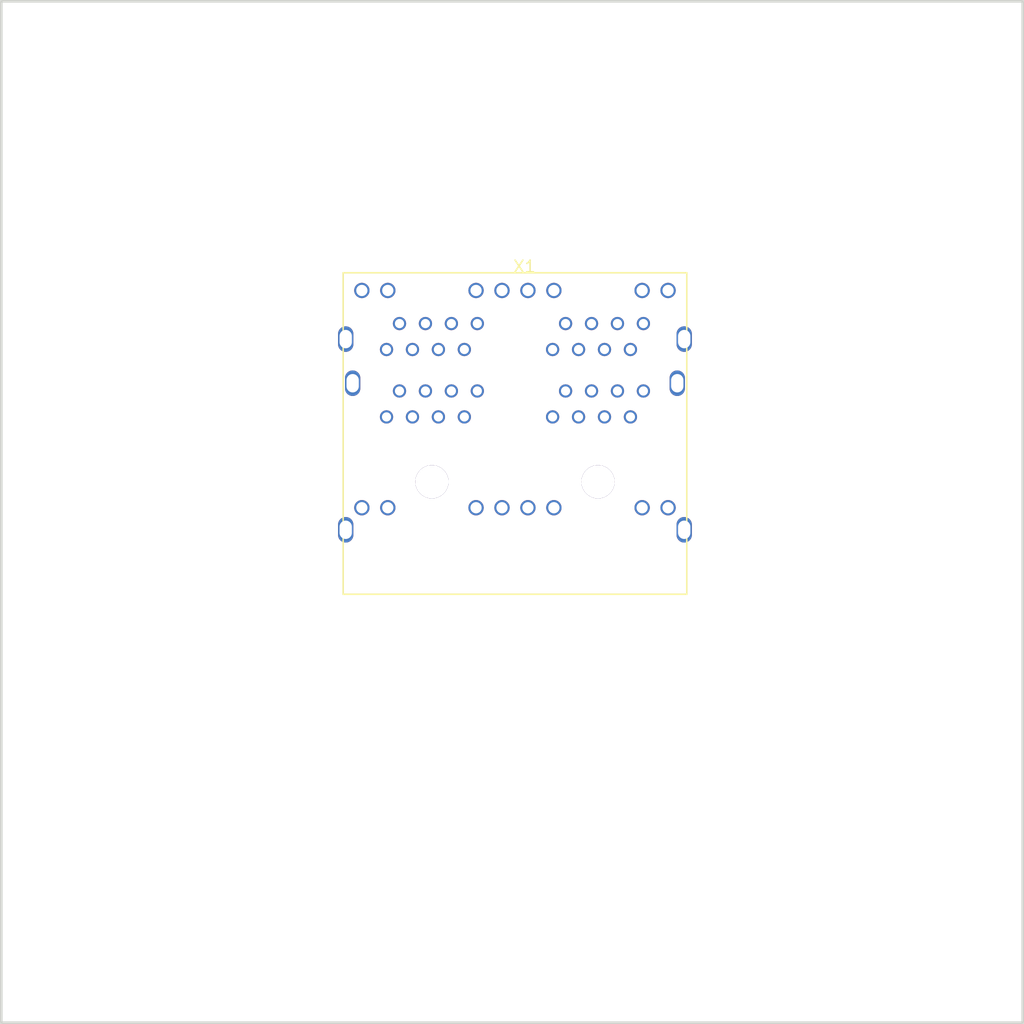
<source format=kicad_pcb>
(kicad_pcb (version 20211014) (generator pcbnew)
  (layers (0 "F.Cu" signal) (31 "B.Cu" signal) (34 "B.Paste" user) (35 "F.Paste" user) (36 "B.SilkS" user "B.Silkscreen") (37 "F.SilkS" user "F.Silkscreen") (38 "B.Mask" user) (39 "F.Mask" user) (44 "Edge.Cuts" user))
  (net 0 "")
  (footprint "easyeda:RJ45_56LED_2*2_1" (layer "F.Cu") (at 76.2 45.72)
    (fp_text reference "X1" (at -8.382 -21.082) (layer "F.SilkS") (effects (font (size 1.143 1.143) (thickness 0.152)) (justify left)))
    (fp_text value "RJ45_56LED_2*2_1" hide)
    (fp_line (start 8.69 11.015) (end 8.69 -20.465) (layer "F.SilkS") (width 0.152))
    (fp_line (start -24.95 11.015) (end 8.69 11.015) (layer "F.SilkS") (width 0.152))
    (fp_line (start -24.95 -20.465) (end 8.69 -20.465) (layer "F.SilkS") (width 0.152))
    (fp_line (start -24.95 11.015) (end -24.95 -20.465) (layer "F.SilkS") (width 0.152))
    (pad "0" thru_hole circle locked (at -16.26 0) (size 3.25 3.25) (drill oval 3.25 3.255) (layers *.Cu *.Paste *.Mask))
    (pad "0" thru_hole circle locked (at 0 0) (size 3.25 3.25) (drill oval 3.25 3.255) (layers *.Cu *.Paste *.Mask))
    (pad "1" thru_hole circle locked (at -4.445 -6.35) (size 1.3 1.3) (drill oval 0.9 0.905) (layers *.Cu *.Paste *.Mask))
    (pad "2" thru_hole circle locked (at -3.175 -8.89) (size 1.3 1.3) (drill oval 0.9 0.905) (layers *.Cu *.Paste *.Mask))
    (pad "3" thru_hole circle locked (at -1.905 -6.35) (size 1.3 1.3) (drill oval 0.9 0.905) (layers *.Cu *.Paste *.Mask))
    (pad "4" thru_hole circle locked (at -0.635 -8.89) (size 1.3 1.3) (drill oval 0.9 0.905) (layers *.Cu *.Paste *.Mask))
    (pad "5" thru_hole circle locked (at 0.635 -6.35) (size 1.3 1.3) (drill oval 0.9 0.905) (layers *.Cu *.Paste *.Mask))
    (pad "6" thru_hole circle locked (at 1.905 -8.89) (size 1.3 1.3) (drill oval 0.9 0.905) (layers *.Cu *.Paste *.Mask))
    (pad "7" thru_hole circle locked (at 3.175 -6.35) (size 1.3 1.3) (drill oval 0.9 0.905) (layers *.Cu *.Paste *.Mask))
    (pad "8" thru_hole circle locked (at 4.445 -8.89) (size 1.3 1.3) (drill oval 0.9 0.905) (layers *.Cu *.Paste *.Mask))
    (pad "9" thru_hole circle locked (at -20.705 -6.35) (size 1.3 1.3) (drill oval 0.9 0.905) (layers *.Cu *.Paste *.Mask))
    (pad "10" thru_hole circle locked (at -19.435 -8.89) (size 1.3 1.3) (drill oval 0.9 0.905) (layers *.Cu *.Paste *.Mask))
    (pad "11" thru_hole circle locked (at -18.165 -6.35) (size 1.3 1.3) (drill oval 0.9 0.905) (layers *.Cu *.Paste *.Mask))
    (pad "12" thru_hole circle locked (at -16.895 -8.89) (size 1.3 1.3) (drill oval 0.9 0.905) (layers *.Cu *.Paste *.Mask))
    (pad "13" thru_hole circle locked (at -15.625 -6.35) (size 1.3 1.3) (drill oval 0.9 0.905) (layers *.Cu *.Paste *.Mask))
    (pad "14" thru_hole circle locked (at -14.355 -8.89) (size 1.3 1.3) (drill oval 0.9 0.905) (layers *.Cu *.Paste *.Mask))
    (pad "15" thru_hole circle locked (at -13.085 -6.35) (size 1.3 1.3) (drill oval 0.9 0.905) (layers *.Cu *.Paste *.Mask))
    (pad "16" thru_hole circle locked (at -11.815 -8.89) (size 1.3 1.3) (drill oval 0.9 0.905) (layers *.Cu *.Paste *.Mask))
    (pad "17" thru_hole circle locked (at -11.815 -15.49) (size 1.3 1.3) (drill oval 0.9 0.905) (layers *.Cu *.Paste *.Mask))
    (pad "18" thru_hole circle locked (at -13.085 -12.95) (size 1.3 1.3) (drill oval 0.9 0.905) (layers *.Cu *.Paste *.Mask))
    (pad "19" thru_hole circle locked (at -14.355 -15.49) (size 1.3 1.3) (drill oval 0.9 0.905) (layers *.Cu *.Paste *.Mask))
    (pad "20" thru_hole circle locked (at -15.625 -12.95) (size 1.3 1.3) (drill oval 0.9 0.905) (layers *.Cu *.Paste *.Mask))
    (pad "21" thru_hole circle locked (at -16.895 -15.49) (size 1.3 1.3) (drill oval 0.9 0.905) (layers *.Cu *.Paste *.Mask))
    (pad "22" thru_hole circle locked (at -18.165 -12.95) (size 1.3 1.3) (drill oval 0.9 0.905) (layers *.Cu *.Paste *.Mask))
    (pad "23" thru_hole circle locked (at -19.435 -15.49) (size 1.3 1.3) (drill oval 0.9 0.905) (layers *.Cu *.Paste *.Mask))
    (pad "24" thru_hole circle locked (at -20.705 -12.95) (size 1.3 1.3) (drill oval 0.9 0.905) (layers *.Cu *.Paste *.Mask))
    (pad "25" thru_hole circle locked (at 4.445 -15.49) (size 1.3 1.3) (drill oval 0.9 0.905) (layers *.Cu *.Paste *.Mask))
    (pad "26" thru_hole circle locked (at 3.175 -12.95) (size 1.3 1.3) (drill oval 0.9 0.905) (layers *.Cu *.Paste *.Mask))
    (pad "27" thru_hole circle locked (at 1.905 -15.49) (size 1.3 1.3) (drill oval 0.9 0.905) (layers *.Cu *.Paste *.Mask))
    (pad "28" thru_hole circle locked (at 0.635 -12.95) (size 1.3 1.3) (drill oval 0.9 0.905) (layers *.Cu *.Paste *.Mask))
    (pad "29" thru_hole circle locked (at -0.635 -15.49) (size 1.3 1.3) (drill oval 0.9 0.905) (layers *.Cu *.Paste *.Mask))
    (pad "30" thru_hole circle locked (at -1.905 -12.95) (size 1.3 1.3) (drill oval 0.9 0.905) (layers *.Cu *.Paste *.Mask))
    (pad "31" thru_hole circle locked (at -3.175 -15.49) (size 1.3 1.3) (drill oval 0.9 0.905) (layers *.Cu *.Paste *.Mask))
    (pad "32" thru_hole circle locked (at -4.445 -12.95) (size 1.3 1.3) (drill oval 0.9 0.905) (layers *.Cu *.Paste *.Mask))
    (pad "33" thru_hole circle locked (at -6.86 2.54) (size 1.5 1.5) (drill oval 1.1 1.105) (layers *.Cu *.Paste *.Mask))
    (pad "34" thru_hole circle locked (at -4.32 2.54) (size 1.5 1.5) (drill oval 1.1 1.105) (layers *.Cu *.Paste *.Mask))
    (pad "35" thru_hole circle locked (at 4.32 2.54) (size 1.5 1.5) (drill oval 1.1 1.105) (layers *.Cu *.Paste *.Mask))
    (pad "36" thru_hole circle locked (at 6.86 2.54) (size 1.5 1.5) (drill oval 1.1 1.105) (layers *.Cu *.Paste *.Mask))
    (pad "37" thru_hole circle locked (at -23.12 2.54) (size 1.5 1.5) (drill oval 1.1 1.105) (layers *.Cu *.Paste *.Mask))
    (pad "38" thru_hole circle locked (at -20.58 2.54) (size 1.5 1.5) (drill oval 1.1 1.105) (layers *.Cu *.Paste *.Mask))
    (pad "39" thru_hole circle locked (at -11.94 2.54) (size 1.5 1.5) (drill oval 1.1 1.105) (layers *.Cu *.Paste *.Mask))
    (pad "40" thru_hole circle locked (at -9.4 2.54) (size 1.5 1.5) (drill oval 1.1 1.105) (layers *.Cu *.Paste *.Mask))
    (pad "41" thru_hole circle locked (at -23.12 -18.73) (size 1.5 1.5) (drill oval 1.1 1.105) (layers *.Cu *.Paste *.Mask))
    (pad "42" thru_hole circle locked (at -20.58 -18.73) (size 1.5 1.5) (drill oval 1.1 1.105) (layers *.Cu *.Paste *.Mask))
    (pad "43" thru_hole circle locked (at -11.94 -18.73) (size 1.5 1.5) (drill oval 1.1 1.105) (layers *.Cu *.Paste *.Mask))
    (pad "44" thru_hole circle locked (at -9.4 -18.73) (size 1.5 1.5) (drill oval 1.1 1.105) (layers *.Cu *.Paste *.Mask))
    (pad "45" thru_hole circle locked (at -6.86 -18.73) (size 1.5 1.5) (drill oval 1.1 1.105) (layers *.Cu *.Paste *.Mask))
    (pad "46" thru_hole circle locked (at -4.32 -18.73) (size 1.5 1.5) (drill oval 1.1 1.105) (layers *.Cu *.Paste *.Mask))
    (pad "47" thru_hole circle locked (at 4.32 -18.73) (size 1.5 1.5) (drill oval 1.1 1.105) (layers *.Cu *.Paste *.Mask))
    (pad "48" thru_hole circle locked (at 6.86 -18.73) (size 1.5 1.5) (drill oval 1.1 1.105) (layers *.Cu *.Paste *.Mask))
    (pad "49" thru_hole oval locked (at -24.7 4.7) (size 1.5 2.5) (drill oval 1.2 1.8) (layers *.Cu *.Paste *.Mask))
    (pad "50" thru_hole oval locked (at 8.44 4.7) (size 1.5 2.5) (drill oval 1.2 1.8) (layers *.Cu *.Paste *.Mask))
    (pad "51" thru_hole oval locked (at -24.7 -13.97) (size 1.5 2.5) (drill oval 1.2 1.8) (layers *.Cu *.Paste *.Mask))
    (pad "52" thru_hole oval locked (at 8.44 -13.97) (size 1.5 2.5) (drill oval 1.2 1.8) (layers *.Cu *.Paste *.Mask))
    (pad "53" thru_hole oval locked (at -24.02 -9.65) (size 1.5 2.5) (drill oval 1.2 1.8) (layers *.Cu *.Paste *.Mask))
    (pad "54" thru_hole oval locked (at 7.76 -9.65) (size 1.5 2.5) (drill oval 1.2 1.8) (layers *.Cu *.Paste *.Mask))
  )
  (gr_line (start 17.78 98.679) (end 17.78 -1.321) (layer "Edge.Cuts") (width 0.254))
  (gr_line (start 117.78 98.679) (end 17.78 98.679) (layer "Edge.Cuts") (width 0.254))
  (gr_line (start 117.78 -1.321) (end 117.78 98.679) (layer "Edge.Cuts") (width 0.254))
  (gr_line (start 17.78 -1.321) (end 117.78 -1.321) (layer "Edge.Cuts") (width 0.254))
)
</source>
